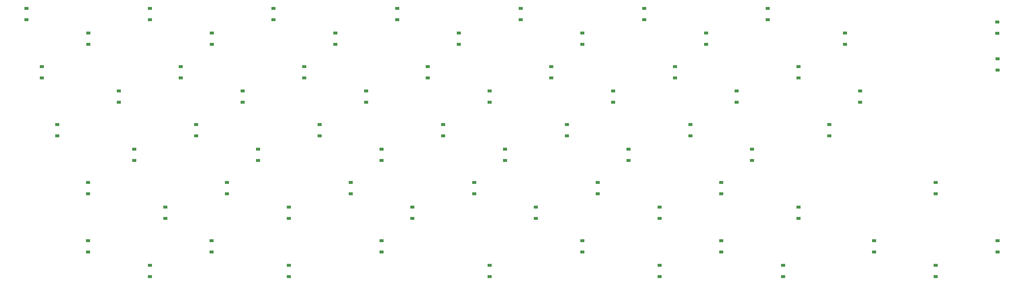
<source format=gbp>
%TF.GenerationSoftware,KiCad,Pcbnew,(6.0.1)*%
%TF.CreationDate,2022-02-09T02:20:10+01:00*%
%TF.ProjectId,choc660,63686f63-3636-4302-9e6b-696361645f70,rev?*%
%TF.SameCoordinates,Original*%
%TF.FileFunction,Paste,Bot*%
%TF.FilePolarity,Positive*%
%FSLAX46Y46*%
G04 Gerber Fmt 4.6, Leading zero omitted, Abs format (unit mm)*
G04 Created by KiCad (PCBNEW (6.0.1)) date 2022-02-09 02:20:10*
%MOMM*%
%LPD*%
G01*
G04 APERTURE LIST*
%ADD10R,1.200000X0.900000*%
G04 APERTURE END LIST*
D10*
%TO.C,D64*%
X340950000Y-142650000D03*
X340950000Y-145950000D03*
%TD*%
%TO.C,D20*%
X152450000Y-170150000D03*
X152450000Y-166850000D03*
%TD*%
%TO.C,D58*%
X287450000Y-136150000D03*
X287450000Y-132850000D03*
%TD*%
%TO.C,D62*%
X300950000Y-108750000D03*
X300950000Y-112050000D03*
%TD*%
%TO.C,D30*%
X210950000Y-170150000D03*
X210950000Y-166850000D03*
%TD*%
%TO.C,D61*%
X292000000Y-91700000D03*
X292000000Y-95000000D03*
%TD*%
%TO.C,D50*%
X296450000Y-170150000D03*
X296450000Y-166850000D03*
%TD*%
%TO.C,D51*%
X256000000Y-91700000D03*
X256000000Y-95000000D03*
%TD*%
%TO.C,D15*%
X129950000Y-159650000D03*
X129950000Y-162950000D03*
%TD*%
%TO.C,D9*%
X116450000Y-153150000D03*
X116450000Y-149850000D03*
%TD*%
%TO.C,D33*%
X197450000Y-125650000D03*
X197450000Y-128950000D03*
%TD*%
%TO.C,D27*%
X174950000Y-119150000D03*
X174950000Y-115850000D03*
%TD*%
%TO.C,D8*%
X107450000Y-136150000D03*
X107450000Y-132850000D03*
%TD*%
%TO.C,D43*%
X233450000Y-125650000D03*
X233450000Y-128950000D03*
%TD*%
%TO.C,D53*%
X269450000Y-125650000D03*
X269450000Y-128950000D03*
%TD*%
%TO.C,D44*%
X242450000Y-142650000D03*
X242450000Y-145950000D03*
%TD*%
%TO.C,D22*%
X156950000Y-108750000D03*
X156950000Y-112050000D03*
%TD*%
%TO.C,D4*%
X93950000Y-142650000D03*
X93950000Y-145950000D03*
%TD*%
%TO.C,D63*%
X309950000Y-125650000D03*
X309950000Y-128950000D03*
%TD*%
%TO.C,D25*%
X179450000Y-159650000D03*
X179450000Y-162950000D03*
%TD*%
%TO.C,D11*%
X112000000Y-91700000D03*
X112000000Y-95000000D03*
%TD*%
%TO.C,D69*%
X358950000Y-106450000D03*
X358950000Y-109750000D03*
%TD*%
%TO.C,D39*%
X224450000Y-153150000D03*
X224450000Y-149850000D03*
%TD*%
%TO.C,D57*%
X282950000Y-119150000D03*
X282950000Y-115850000D03*
%TD*%
%TO.C,D60*%
X340950000Y-170150000D03*
X340950000Y-166850000D03*
%TD*%
%TO.C,D65*%
X358950000Y-159650000D03*
X358950000Y-162950000D03*
%TD*%
%TO.C,D38*%
X215450000Y-136150000D03*
X215450000Y-132850000D03*
%TD*%
%TO.C,D29*%
X188450000Y-153150000D03*
X188450000Y-149850000D03*
%TD*%
%TO.C,D14*%
X134450000Y-142650000D03*
X134450000Y-145950000D03*
%TD*%
%TO.C,D17*%
X138950000Y-119150000D03*
X138950000Y-115850000D03*
%TD*%
%TO.C,D19*%
X152450000Y-153150000D03*
X152450000Y-149850000D03*
%TD*%
%TO.C,D35*%
X237950000Y-159650000D03*
X237950000Y-162950000D03*
%TD*%
%TO.C,D37*%
X210950000Y-119150000D03*
X210950000Y-115850000D03*
%TD*%
%TO.C,D1*%
X76000000Y-91700000D03*
X76000000Y-95000000D03*
%TD*%
%TO.C,D45*%
X278450000Y-159650000D03*
X278450000Y-162950000D03*
%TD*%
%TO.C,D56*%
X274000000Y-102200000D03*
X274000000Y-98900000D03*
%TD*%
%TO.C,D16*%
X130000000Y-102200000D03*
X130000000Y-98900000D03*
%TD*%
%TO.C,D52*%
X264950000Y-108750000D03*
X264950000Y-112050000D03*
%TD*%
%TO.C,D59*%
X300950000Y-153150000D03*
X300950000Y-149850000D03*
%TD*%
%TO.C,D5*%
X93950000Y-159650000D03*
X93950000Y-162950000D03*
%TD*%
%TO.C,D67*%
X318950000Y-119150000D03*
X318950000Y-115850000D03*
%TD*%
%TO.C,D23*%
X161450000Y-125650000D03*
X161450000Y-128950000D03*
%TD*%
%TO.C,D13*%
X125450000Y-125650000D03*
X125450000Y-128950000D03*
%TD*%
%TO.C,D28*%
X179450000Y-136150000D03*
X179450000Y-132850000D03*
%TD*%
%TO.C,D10*%
X111950000Y-170150000D03*
X111950000Y-166850000D03*
%TD*%
%TO.C,D46*%
X238000000Y-102200000D03*
X238000000Y-98900000D03*
%TD*%
%TO.C,D40*%
X260450000Y-170150000D03*
X260450000Y-166850000D03*
%TD*%
%TO.C,D47*%
X246950000Y-119150000D03*
X246950000Y-115850000D03*
%TD*%
%TO.C,D7*%
X102950000Y-119150000D03*
X102950000Y-115850000D03*
%TD*%
%TO.C,D18*%
X143450000Y-136150000D03*
X143450000Y-132850000D03*
%TD*%
%TO.C,D12*%
X120950000Y-108750000D03*
X120950000Y-112050000D03*
%TD*%
%TO.C,D49*%
X260450000Y-153150000D03*
X260450000Y-149850000D03*
%TD*%
%TO.C,D48*%
X251450000Y-136150000D03*
X251450000Y-132850000D03*
%TD*%
%TO.C,D41*%
X220000000Y-91700000D03*
X220000000Y-95000000D03*
%TD*%
%TO.C,D42*%
X228950000Y-108750000D03*
X228950000Y-112050000D03*
%TD*%
%TO.C,D21*%
X148000000Y-91700000D03*
X148000000Y-95000000D03*
%TD*%
%TO.C,D68*%
X358850000Y-99000000D03*
X358850000Y-95700000D03*
%TD*%
%TO.C,D32*%
X192950000Y-108750000D03*
X192950000Y-112050000D03*
%TD*%
%TO.C,D2*%
X80450000Y-108750000D03*
X80450000Y-112050000D03*
%TD*%
%TO.C,D36*%
X202000000Y-102200000D03*
X202000000Y-98900000D03*
%TD*%
%TO.C,D55*%
X322950000Y-159650000D03*
X322950000Y-162950000D03*
%TD*%
%TO.C,D31*%
X184000000Y-91700000D03*
X184000000Y-95000000D03*
%TD*%
%TO.C,D34*%
X206450000Y-142650000D03*
X206450000Y-145950000D03*
%TD*%
%TO.C,D3*%
X84950000Y-125650000D03*
X84950000Y-128950000D03*
%TD*%
%TO.C,D6*%
X94000000Y-102200000D03*
X94000000Y-98900000D03*
%TD*%
%TO.C,D66*%
X314500000Y-102200000D03*
X314500000Y-98900000D03*
%TD*%
%TO.C,D54*%
X278450000Y-142650000D03*
X278450000Y-145950000D03*
%TD*%
%TO.C,D24*%
X170450000Y-142650000D03*
X170450000Y-145950000D03*
%TD*%
%TO.C,D26*%
X166000000Y-102200000D03*
X166000000Y-98900000D03*
%TD*%
M02*

</source>
